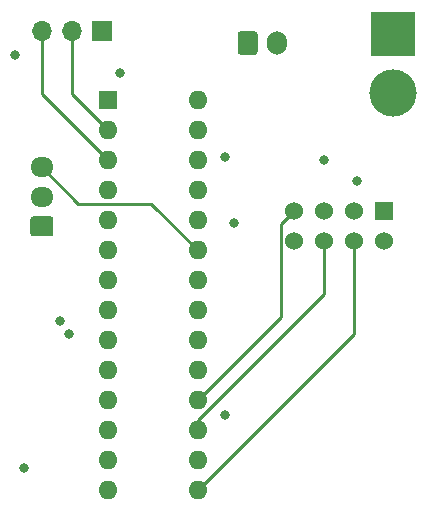
<source format=gbr>
G04 #@! TF.GenerationSoftware,KiCad,Pcbnew,5.1.6-c6e7f7d~87~ubuntu20.04.1*
G04 #@! TF.CreationDate,2020-11-08T20:48:53+01:00*
G04 #@! TF.ProjectId,soil_humidity_module,736f696c-5f68-4756-9d69-646974795f6d,rev?*
G04 #@! TF.SameCoordinates,Original*
G04 #@! TF.FileFunction,Copper,L2,Inr*
G04 #@! TF.FilePolarity,Positive*
%FSLAX46Y46*%
G04 Gerber Fmt 4.6, Leading zero omitted, Abs format (unit mm)*
G04 Created by KiCad (PCBNEW 5.1.6-c6e7f7d~87~ubuntu20.04.1) date 2020-11-08 20:48:53*
%MOMM*%
%LPD*%
G01*
G04 APERTURE LIST*
G04 #@! TA.AperFunction,ViaPad*
%ADD10C,1.524000*%
G04 #@! TD*
G04 #@! TA.AperFunction,ViaPad*
%ADD11R,1.524000X1.524000*%
G04 #@! TD*
G04 #@! TA.AperFunction,ViaPad*
%ADD12O,1.700000X2.000000*%
G04 #@! TD*
G04 #@! TA.AperFunction,ViaPad*
%ADD13O,1.950000X1.700000*%
G04 #@! TD*
G04 #@! TA.AperFunction,ViaPad*
%ADD14R,3.800000X3.800000*%
G04 #@! TD*
G04 #@! TA.AperFunction,ViaPad*
%ADD15C,4.000000*%
G04 #@! TD*
G04 #@! TA.AperFunction,ViaPad*
%ADD16R,1.700000X1.700000*%
G04 #@! TD*
G04 #@! TA.AperFunction,ViaPad*
%ADD17O,1.700000X1.700000*%
G04 #@! TD*
G04 #@! TA.AperFunction,ViaPad*
%ADD18R,1.600000X1.600000*%
G04 #@! TD*
G04 #@! TA.AperFunction,ViaPad*
%ADD19O,1.600000X1.600000*%
G04 #@! TD*
G04 #@! TA.AperFunction,ViaPad*
%ADD20C,0.800000*%
G04 #@! TD*
G04 #@! TA.AperFunction,Conductor*
%ADD21C,0.250000*%
G04 #@! TD*
G04 APERTURE END LIST*
D10*
X161544000Y-105156000D03*
X161544000Y-102616000D03*
X164084000Y-105156000D03*
X164084000Y-102616000D03*
X166624000Y-105156000D03*
X166624000Y-102616000D03*
X169164000Y-105156000D03*
D11*
X169164000Y-102616000D03*
D12*
X160132400Y-88366600D03*
G04 #@! TA.AperFunction,ViaPad*
G36*
G01*
X156782400Y-89116600D02*
X156782400Y-87616600D01*
G75*
G02*
X157032400Y-87366600I250000J0D01*
G01*
X158232400Y-87366600D01*
G75*
G02*
X158482400Y-87616600I0J-250000D01*
G01*
X158482400Y-89116600D01*
G75*
G02*
X158232400Y-89366600I-250000J0D01*
G01*
X157032400Y-89366600D01*
G75*
G02*
X156782400Y-89116600I0J250000D01*
G01*
G37*
G04 #@! TD.AperFunction*
D13*
X140208000Y-98886000D03*
X140208000Y-101386000D03*
G04 #@! TA.AperFunction,ViaPad*
G36*
G01*
X140933000Y-104736000D02*
X139483000Y-104736000D01*
G75*
G02*
X139233000Y-104486000I0J250000D01*
G01*
X139233000Y-103286000D01*
G75*
G02*
X139483000Y-103036000I250000J0D01*
G01*
X140933000Y-103036000D01*
G75*
G02*
X141183000Y-103286000I0J-250000D01*
G01*
X141183000Y-104486000D01*
G75*
G02*
X140933000Y-104736000I-250000J0D01*
G01*
G37*
G04 #@! TD.AperFunction*
D14*
X169926000Y-87630000D03*
D15*
X169926000Y-92630000D03*
D16*
X145288000Y-87376000D03*
D17*
X142748000Y-87376000D03*
X140208000Y-87376000D03*
D18*
X145796000Y-93218000D03*
D19*
X153416000Y-126238000D03*
X145796000Y-95758000D03*
X153416000Y-123698000D03*
X145796000Y-98298000D03*
X153416000Y-121158000D03*
X145796000Y-100838000D03*
X153416000Y-118618000D03*
X145796000Y-103378000D03*
X153416000Y-116078000D03*
X145796000Y-105918000D03*
X153416000Y-113538000D03*
X145796000Y-108458000D03*
X153416000Y-110998000D03*
X145796000Y-110998000D03*
X153416000Y-108458000D03*
X145796000Y-113538000D03*
X153416000Y-105918000D03*
X145796000Y-116078000D03*
X153416000Y-103378000D03*
X145796000Y-118618000D03*
X153416000Y-100838000D03*
X145796000Y-121158000D03*
X153416000Y-98298000D03*
X145796000Y-123698000D03*
X153416000Y-95758000D03*
X145796000Y-126238000D03*
X153416000Y-93218000D03*
D20*
X166878000Y-100076000D03*
X164084000Y-98298000D03*
X155702000Y-98044000D03*
X141732000Y-111887000D03*
X155702000Y-119888000D03*
X156464000Y-103632000D03*
X138684000Y-124333000D03*
X146812000Y-90932000D03*
X142494000Y-113030000D03*
X137922000Y-89408000D03*
D21*
X166624000Y-113030000D02*
X153416000Y-126238000D01*
X166624000Y-105156000D02*
X166624000Y-113030000D01*
X153416000Y-120283002D02*
X153416000Y-121158000D01*
X164084000Y-109615002D02*
X153416000Y-120283002D01*
X164084000Y-105156000D02*
X164084000Y-109615002D01*
X160456999Y-111577001D02*
X153416000Y-118618000D01*
X160456999Y-103703001D02*
X160456999Y-111577001D01*
X161544000Y-102616000D02*
X160456999Y-103703001D01*
X149461001Y-101963001D02*
X153416000Y-105918000D01*
X143285001Y-101963001D02*
X149461001Y-101963001D01*
X140208000Y-98886000D02*
X143285001Y-101963001D01*
X142748000Y-92710000D02*
X145796000Y-95758000D01*
X142748000Y-87376000D02*
X142748000Y-92710000D01*
X140208000Y-92710000D02*
X145796000Y-98298000D01*
X140208000Y-87376000D02*
X140208000Y-92710000D01*
M02*

</source>
